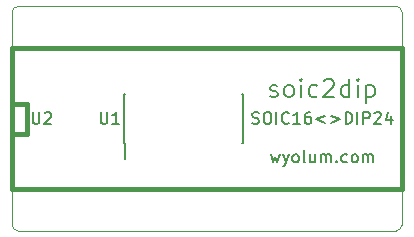
<source format=gto>
G04 #@! TF.FileFunction,Legend,Top*
%FSLAX46Y46*%
G04 Gerber Fmt 4.6, Leading zero omitted, Abs format (unit mm)*
G04 Created by KiCad (PCBNEW (2015-07-01 BZR 5850)-product) date Wed Jul 29 18:19:28 2015*
%MOMM*%
G01*
G04 APERTURE LIST*
%ADD10C,0.101600*%
%ADD11C,0.150000*%
%ADD12C,0.200000*%
%ADD13C,0.100000*%
%ADD14C,0.381000*%
%ADD15C,0.152400*%
%ADD16R,0.600000X1.500000*%
%ADD17R,1.400000X2.100000*%
%ADD18O,1.400000X2.100000*%
G04 APERTURE END LIST*
D10*
D11*
X46369048Y-30035714D02*
X46559524Y-30702381D01*
X46750001Y-30226190D01*
X46940477Y-30702381D01*
X47130953Y-30035714D01*
X47416667Y-30035714D02*
X47654762Y-30702381D01*
X47892858Y-30035714D02*
X47654762Y-30702381D01*
X47559524Y-30940476D01*
X47511905Y-30988095D01*
X47416667Y-31035714D01*
X48416667Y-30702381D02*
X48321429Y-30654762D01*
X48273810Y-30607143D01*
X48226191Y-30511905D01*
X48226191Y-30226190D01*
X48273810Y-30130952D01*
X48321429Y-30083333D01*
X48416667Y-30035714D01*
X48559525Y-30035714D01*
X48654763Y-30083333D01*
X48702382Y-30130952D01*
X48750001Y-30226190D01*
X48750001Y-30511905D01*
X48702382Y-30607143D01*
X48654763Y-30654762D01*
X48559525Y-30702381D01*
X48416667Y-30702381D01*
X49321429Y-30702381D02*
X49226191Y-30654762D01*
X49178572Y-30559524D01*
X49178572Y-29702381D01*
X50130954Y-30035714D02*
X50130954Y-30702381D01*
X49702382Y-30035714D02*
X49702382Y-30559524D01*
X49750001Y-30654762D01*
X49845239Y-30702381D01*
X49988097Y-30702381D01*
X50083335Y-30654762D01*
X50130954Y-30607143D01*
X50607144Y-30702381D02*
X50607144Y-30035714D01*
X50607144Y-30130952D02*
X50654763Y-30083333D01*
X50750001Y-30035714D01*
X50892859Y-30035714D01*
X50988097Y-30083333D01*
X51035716Y-30178571D01*
X51035716Y-30702381D01*
X51035716Y-30178571D02*
X51083335Y-30083333D01*
X51178573Y-30035714D01*
X51321430Y-30035714D01*
X51416668Y-30083333D01*
X51464287Y-30178571D01*
X51464287Y-30702381D01*
X51940477Y-30607143D02*
X51988096Y-30654762D01*
X51940477Y-30702381D01*
X51892858Y-30654762D01*
X51940477Y-30607143D01*
X51940477Y-30702381D01*
X52845239Y-30654762D02*
X52750001Y-30702381D01*
X52559524Y-30702381D01*
X52464286Y-30654762D01*
X52416667Y-30607143D01*
X52369048Y-30511905D01*
X52369048Y-30226190D01*
X52416667Y-30130952D01*
X52464286Y-30083333D01*
X52559524Y-30035714D01*
X52750001Y-30035714D01*
X52845239Y-30083333D01*
X53416667Y-30702381D02*
X53321429Y-30654762D01*
X53273810Y-30607143D01*
X53226191Y-30511905D01*
X53226191Y-30226190D01*
X53273810Y-30130952D01*
X53321429Y-30083333D01*
X53416667Y-30035714D01*
X53559525Y-30035714D01*
X53654763Y-30083333D01*
X53702382Y-30130952D01*
X53750001Y-30226190D01*
X53750001Y-30511905D01*
X53702382Y-30607143D01*
X53654763Y-30654762D01*
X53559525Y-30702381D01*
X53416667Y-30702381D01*
X54178572Y-30702381D02*
X54178572Y-30035714D01*
X54178572Y-30130952D02*
X54226191Y-30083333D01*
X54321429Y-30035714D01*
X54464287Y-30035714D01*
X54559525Y-30083333D01*
X54607144Y-30178571D01*
X54607144Y-30702381D01*
X54607144Y-30178571D02*
X54654763Y-30083333D01*
X54750001Y-30035714D01*
X54892858Y-30035714D01*
X54988096Y-30083333D01*
X55035715Y-30178571D01*
X55035715Y-30702381D01*
X44821429Y-27404762D02*
X44964286Y-27452381D01*
X45202382Y-27452381D01*
X45297620Y-27404762D01*
X45345239Y-27357143D01*
X45392858Y-27261905D01*
X45392858Y-27166667D01*
X45345239Y-27071429D01*
X45297620Y-27023810D01*
X45202382Y-26976190D01*
X45011905Y-26928571D01*
X44916667Y-26880952D01*
X44869048Y-26833333D01*
X44821429Y-26738095D01*
X44821429Y-26642857D01*
X44869048Y-26547619D01*
X44916667Y-26500000D01*
X45011905Y-26452381D01*
X45250001Y-26452381D01*
X45392858Y-26500000D01*
X46011905Y-26452381D02*
X46202382Y-26452381D01*
X46297620Y-26500000D01*
X46392858Y-26595238D01*
X46440477Y-26785714D01*
X46440477Y-27119048D01*
X46392858Y-27309524D01*
X46297620Y-27404762D01*
X46202382Y-27452381D01*
X46011905Y-27452381D01*
X45916667Y-27404762D01*
X45821429Y-27309524D01*
X45773810Y-27119048D01*
X45773810Y-26785714D01*
X45821429Y-26595238D01*
X45916667Y-26500000D01*
X46011905Y-26452381D01*
X46869048Y-27452381D02*
X46869048Y-26452381D01*
X47916667Y-27357143D02*
X47869048Y-27404762D01*
X47726191Y-27452381D01*
X47630953Y-27452381D01*
X47488095Y-27404762D01*
X47392857Y-27309524D01*
X47345238Y-27214286D01*
X47297619Y-27023810D01*
X47297619Y-26880952D01*
X47345238Y-26690476D01*
X47392857Y-26595238D01*
X47488095Y-26500000D01*
X47630953Y-26452381D01*
X47726191Y-26452381D01*
X47869048Y-26500000D01*
X47916667Y-26547619D01*
X48869048Y-27452381D02*
X48297619Y-27452381D01*
X48583333Y-27452381D02*
X48583333Y-26452381D01*
X48488095Y-26595238D01*
X48392857Y-26690476D01*
X48297619Y-26738095D01*
X49726191Y-26452381D02*
X49535714Y-26452381D01*
X49440476Y-26500000D01*
X49392857Y-26547619D01*
X49297619Y-26690476D01*
X49250000Y-26880952D01*
X49250000Y-27261905D01*
X49297619Y-27357143D01*
X49345238Y-27404762D01*
X49440476Y-27452381D01*
X49630953Y-27452381D01*
X49726191Y-27404762D01*
X49773810Y-27357143D01*
X49821429Y-27261905D01*
X49821429Y-27023810D01*
X49773810Y-26928571D01*
X49726191Y-26880952D01*
X49630953Y-26833333D01*
X49440476Y-26833333D01*
X49345238Y-26880952D01*
X49297619Y-26928571D01*
X49250000Y-27023810D01*
X51011905Y-26785714D02*
X50250000Y-27071429D01*
X51011905Y-27357143D01*
X51488095Y-26785714D02*
X52250000Y-27071429D01*
X51488095Y-27357143D01*
X52726190Y-27452381D02*
X52726190Y-26452381D01*
X52964285Y-26452381D01*
X53107143Y-26500000D01*
X53202381Y-26595238D01*
X53250000Y-26690476D01*
X53297619Y-26880952D01*
X53297619Y-27023810D01*
X53250000Y-27214286D01*
X53202381Y-27309524D01*
X53107143Y-27404762D01*
X52964285Y-27452381D01*
X52726190Y-27452381D01*
X53726190Y-27452381D02*
X53726190Y-26452381D01*
X54202380Y-27452381D02*
X54202380Y-26452381D01*
X54583333Y-26452381D01*
X54678571Y-26500000D01*
X54726190Y-26547619D01*
X54773809Y-26642857D01*
X54773809Y-26785714D01*
X54726190Y-26880952D01*
X54678571Y-26928571D01*
X54583333Y-26976190D01*
X54202380Y-26976190D01*
X55154761Y-26547619D02*
X55202380Y-26500000D01*
X55297618Y-26452381D01*
X55535714Y-26452381D01*
X55630952Y-26500000D01*
X55678571Y-26547619D01*
X55726190Y-26642857D01*
X55726190Y-26738095D01*
X55678571Y-26880952D01*
X55107142Y-27452381D01*
X55726190Y-27452381D01*
X56583333Y-26785714D02*
X56583333Y-27452381D01*
X56345237Y-26404762D02*
X56107142Y-27119048D01*
X56726190Y-27119048D01*
D12*
X46321428Y-25107143D02*
X46464285Y-25178571D01*
X46750000Y-25178571D01*
X46892857Y-25107143D01*
X46964285Y-24964286D01*
X46964285Y-24892857D01*
X46892857Y-24750000D01*
X46750000Y-24678571D01*
X46535714Y-24678571D01*
X46392857Y-24607143D01*
X46321428Y-24464286D01*
X46321428Y-24392857D01*
X46392857Y-24250000D01*
X46535714Y-24178571D01*
X46750000Y-24178571D01*
X46892857Y-24250000D01*
X47821429Y-25178571D02*
X47678571Y-25107143D01*
X47607143Y-25035714D01*
X47535714Y-24892857D01*
X47535714Y-24464286D01*
X47607143Y-24321429D01*
X47678571Y-24250000D01*
X47821429Y-24178571D01*
X48035714Y-24178571D01*
X48178571Y-24250000D01*
X48250000Y-24321429D01*
X48321429Y-24464286D01*
X48321429Y-24892857D01*
X48250000Y-25035714D01*
X48178571Y-25107143D01*
X48035714Y-25178571D01*
X47821429Y-25178571D01*
X48964286Y-25178571D02*
X48964286Y-24178571D01*
X48964286Y-23678571D02*
X48892857Y-23750000D01*
X48964286Y-23821429D01*
X49035714Y-23750000D01*
X48964286Y-23678571D01*
X48964286Y-23821429D01*
X50321429Y-25107143D02*
X50178572Y-25178571D01*
X49892858Y-25178571D01*
X49750000Y-25107143D01*
X49678572Y-25035714D01*
X49607143Y-24892857D01*
X49607143Y-24464286D01*
X49678572Y-24321429D01*
X49750000Y-24250000D01*
X49892858Y-24178571D01*
X50178572Y-24178571D01*
X50321429Y-24250000D01*
X50892857Y-23821429D02*
X50964286Y-23750000D01*
X51107143Y-23678571D01*
X51464286Y-23678571D01*
X51607143Y-23750000D01*
X51678572Y-23821429D01*
X51750000Y-23964286D01*
X51750000Y-24107143D01*
X51678572Y-24321429D01*
X50821429Y-25178571D01*
X51750000Y-25178571D01*
X53035714Y-25178571D02*
X53035714Y-23678571D01*
X53035714Y-25107143D02*
X52892857Y-25178571D01*
X52607143Y-25178571D01*
X52464285Y-25107143D01*
X52392857Y-25035714D01*
X52321428Y-24892857D01*
X52321428Y-24464286D01*
X52392857Y-24321429D01*
X52464285Y-24250000D01*
X52607143Y-24178571D01*
X52892857Y-24178571D01*
X53035714Y-24250000D01*
X53750000Y-25178571D02*
X53750000Y-24178571D01*
X53750000Y-23678571D02*
X53678571Y-23750000D01*
X53750000Y-23821429D01*
X53821428Y-23750000D01*
X53750000Y-23678571D01*
X53750000Y-23821429D01*
X54464286Y-24178571D02*
X54464286Y-25678571D01*
X54464286Y-24250000D02*
X54607143Y-24178571D01*
X54892857Y-24178571D01*
X55035714Y-24250000D01*
X55107143Y-24321429D01*
X55178572Y-24464286D01*
X55178572Y-24892857D01*
X55107143Y-25035714D01*
X55035714Y-25107143D01*
X54892857Y-25178571D01*
X54607143Y-25178571D01*
X54464286Y-25107143D01*
D13*
X24500000Y-36000000D02*
G75*
G03X25000000Y-36500000I500000J0D01*
G01*
X57000000Y-36500000D02*
G75*
G03X57500000Y-36000000I0J500000D01*
G01*
X57500000Y-18000000D02*
G75*
G03X57000000Y-17500000I-500000J0D01*
G01*
X25000000Y-17500000D02*
G75*
G03X24500000Y-18000000I0J-500000D01*
G01*
X24500000Y-36000000D02*
X24500000Y-27000000D01*
X57000000Y-36500000D02*
X25000000Y-36500000D01*
X57500000Y-18000000D02*
X57500000Y-36000000D01*
X25000000Y-17500000D02*
X57000000Y-17500000D01*
X24500000Y-27000000D02*
X24500000Y-18000000D01*
D11*
X33925000Y-29075000D02*
X34030000Y-29075000D01*
X33925000Y-24925000D02*
X34030000Y-24925000D01*
X44075000Y-24925000D02*
X43970000Y-24925000D01*
X44075000Y-29075000D02*
X43970000Y-29075000D01*
X33925000Y-29075000D02*
X33925000Y-24925000D01*
X44075000Y-29075000D02*
X44075000Y-24925000D01*
X34030000Y-29075000D02*
X34030000Y-30450000D01*
D14*
X57510000Y-32969000D02*
X57510000Y-21031000D01*
X24490000Y-21031000D02*
X24490000Y-32969000D01*
X24490000Y-25730000D02*
X25760000Y-25730000D01*
X25760000Y-25730000D02*
X25760000Y-28270000D01*
X25760000Y-28270000D02*
X24490000Y-28270000D01*
X24490000Y-21031000D02*
X57510000Y-21031000D01*
X57510000Y-32969000D02*
X24490000Y-32969000D01*
D11*
X31988095Y-26452381D02*
X31988095Y-27261905D01*
X32035714Y-27357143D01*
X32083333Y-27404762D01*
X32178571Y-27452381D01*
X32369048Y-27452381D01*
X32464286Y-27404762D01*
X32511905Y-27357143D01*
X32559524Y-27261905D01*
X32559524Y-26452381D01*
X33559524Y-27452381D02*
X32988095Y-27452381D01*
X33273809Y-27452381D02*
X33273809Y-26452381D01*
X33178571Y-26595238D01*
X33083333Y-26690476D01*
X32988095Y-26738095D01*
D15*
X26225905Y-26443619D02*
X26225905Y-27266095D01*
X26274286Y-27362857D01*
X26322667Y-27411238D01*
X26419429Y-27459619D01*
X26612952Y-27459619D01*
X26709714Y-27411238D01*
X26758095Y-27362857D01*
X26806476Y-27266095D01*
X26806476Y-26443619D01*
X27241905Y-26540381D02*
X27290286Y-26492000D01*
X27387048Y-26443619D01*
X27628952Y-26443619D01*
X27725714Y-26492000D01*
X27774095Y-26540381D01*
X27822476Y-26637143D01*
X27822476Y-26733905D01*
X27774095Y-26879048D01*
X27193524Y-27459619D01*
X27822476Y-27459619D01*
%LPC*%
D16*
X34555000Y-29700000D03*
X35825000Y-29700000D03*
X37095000Y-29700000D03*
X38365000Y-29700000D03*
X39635000Y-29700000D03*
X40905000Y-29700000D03*
X42175000Y-29700000D03*
X43445000Y-29700000D03*
X43445000Y-24300000D03*
X42175000Y-24300000D03*
X40905000Y-24300000D03*
X39635000Y-24300000D03*
X38365000Y-24300000D03*
X37095000Y-24300000D03*
X35825000Y-24300000D03*
X34555000Y-24300000D03*
D17*
X27030000Y-34620000D03*
D18*
X29570000Y-34620000D03*
X32110000Y-34620000D03*
X34650000Y-34620000D03*
X37190000Y-34620000D03*
X39730000Y-34620000D03*
X42270000Y-34620000D03*
X44810000Y-34620000D03*
X47350000Y-34620000D03*
X49890000Y-34620000D03*
X52430000Y-34620000D03*
X54970000Y-34620000D03*
X54970000Y-19380000D03*
X52430000Y-19380000D03*
X49890000Y-19380000D03*
X47350000Y-19380000D03*
X44810000Y-19380000D03*
X42270000Y-19380000D03*
X39730000Y-19380000D03*
X37190000Y-19380000D03*
X34650000Y-19380000D03*
X32110000Y-19380000D03*
X29570000Y-19380000D03*
X27030000Y-19380000D03*
M02*

</source>
